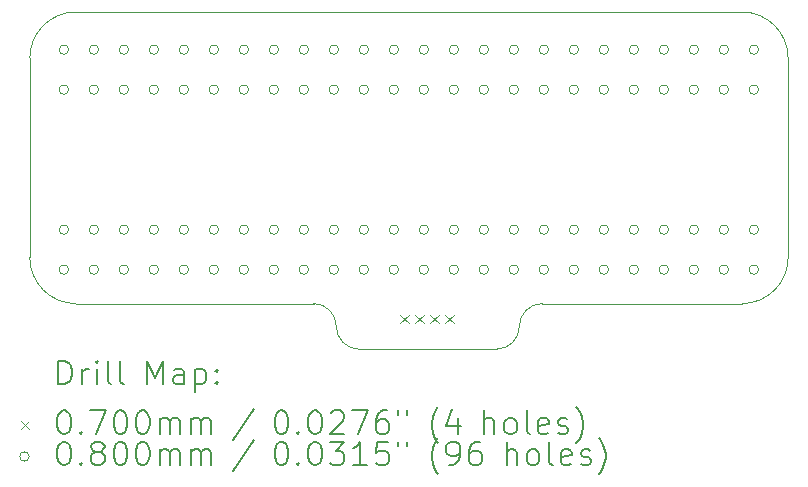
<source format=gbr>
%TF.GenerationSoftware,KiCad,Pcbnew,7.0.0-1.fc37*%
%TF.CreationDate,2023-02-19T18:59:10+00:00*%
%TF.ProjectId,Gary,47617279-2e6b-4696-9361-645f70636258,rev?*%
%TF.SameCoordinates,Original*%
%TF.FileFunction,Drillmap*%
%TF.FilePolarity,Positive*%
%FSLAX45Y45*%
G04 Gerber Fmt 4.5, Leading zero omitted, Abs format (unit mm)*
G04 Created by KiCad (PCBNEW 7.0.0-1.fc37) date 2023-02-19 18:59:10*
%MOMM*%
%LPD*%
G01*
G04 APERTURE LIST*
%ADD10C,0.100000*%
%ADD11C,0.200000*%
%ADD12C,0.070000*%
%ADD13C,0.080000*%
G04 APERTURE END LIST*
D10*
X18933160Y-3957320D02*
X18933160Y-5643880D01*
X12903200Y-3566160D02*
X18542000Y-3566160D01*
X18542000Y-6035040D02*
G75*
G03*
X18933160Y-5643880I0J391160D01*
G01*
X15107920Y-6228080D02*
G75*
G03*
X15300960Y-6421120I193040J0D01*
G01*
X12903200Y-3566160D02*
G75*
G03*
X12512040Y-3957320I0J-391160D01*
G01*
X14914880Y-6035040D02*
X12903200Y-6035040D01*
X18933160Y-3957320D02*
G75*
G03*
X18542000Y-3566160I-391160J0D01*
G01*
X12512040Y-5643880D02*
X12512040Y-3957320D01*
X16850360Y-6035040D02*
G75*
G03*
X16657320Y-6228080I0J-193040D01*
G01*
X18542000Y-6035040D02*
X16850360Y-6035040D01*
X16464280Y-6421120D02*
G75*
G03*
X16657320Y-6228080I0J193040D01*
G01*
X15107920Y-6228080D02*
G75*
G03*
X14914880Y-6035040I-193040J0D01*
G01*
X12512040Y-5643880D02*
G75*
G03*
X12903200Y-6035040I391160J0D01*
G01*
X16464280Y-6421120D02*
X15300960Y-6421120D01*
D11*
D12*
X15650000Y-6128960D02*
X15720000Y-6198960D01*
X15720000Y-6128960D02*
X15650000Y-6198960D01*
X15777000Y-6128960D02*
X15847000Y-6198960D01*
X15847000Y-6128960D02*
X15777000Y-6198960D01*
X15904000Y-6128960D02*
X15974000Y-6198960D01*
X15974000Y-6128960D02*
X15904000Y-6198960D01*
X16031000Y-6128960D02*
X16101000Y-6198960D01*
X16101000Y-6128960D02*
X16031000Y-6198960D01*
D13*
X12840600Y-3885700D02*
G75*
G03*
X12840600Y-3885700I-40000J0D01*
G01*
X12840600Y-4223480D02*
G75*
G03*
X12840600Y-4223480I-40000J0D01*
G01*
X12840600Y-5409700D02*
G75*
G03*
X12840600Y-5409700I-40000J0D01*
G01*
X12840600Y-5747480D02*
G75*
G03*
X12840600Y-5747480I-40000J0D01*
G01*
X13094600Y-3885700D02*
G75*
G03*
X13094600Y-3885700I-40000J0D01*
G01*
X13094600Y-4223480D02*
G75*
G03*
X13094600Y-4223480I-40000J0D01*
G01*
X13094600Y-5409700D02*
G75*
G03*
X13094600Y-5409700I-40000J0D01*
G01*
X13094600Y-5747480D02*
G75*
G03*
X13094600Y-5747480I-40000J0D01*
G01*
X13348600Y-3885700D02*
G75*
G03*
X13348600Y-3885700I-40000J0D01*
G01*
X13348600Y-4223480D02*
G75*
G03*
X13348600Y-4223480I-40000J0D01*
G01*
X13348600Y-5409700D02*
G75*
G03*
X13348600Y-5409700I-40000J0D01*
G01*
X13348600Y-5747480D02*
G75*
G03*
X13348600Y-5747480I-40000J0D01*
G01*
X13602600Y-3885700D02*
G75*
G03*
X13602600Y-3885700I-40000J0D01*
G01*
X13602600Y-4223480D02*
G75*
G03*
X13602600Y-4223480I-40000J0D01*
G01*
X13602600Y-5409700D02*
G75*
G03*
X13602600Y-5409700I-40000J0D01*
G01*
X13602600Y-5747480D02*
G75*
G03*
X13602600Y-5747480I-40000J0D01*
G01*
X13856600Y-3885700D02*
G75*
G03*
X13856600Y-3885700I-40000J0D01*
G01*
X13856600Y-4223480D02*
G75*
G03*
X13856600Y-4223480I-40000J0D01*
G01*
X13856600Y-5409700D02*
G75*
G03*
X13856600Y-5409700I-40000J0D01*
G01*
X13856600Y-5747480D02*
G75*
G03*
X13856600Y-5747480I-40000J0D01*
G01*
X14110600Y-3885700D02*
G75*
G03*
X14110600Y-3885700I-40000J0D01*
G01*
X14110600Y-4223480D02*
G75*
G03*
X14110600Y-4223480I-40000J0D01*
G01*
X14110600Y-5409700D02*
G75*
G03*
X14110600Y-5409700I-40000J0D01*
G01*
X14110600Y-5747480D02*
G75*
G03*
X14110600Y-5747480I-40000J0D01*
G01*
X14364600Y-3885700D02*
G75*
G03*
X14364600Y-3885700I-40000J0D01*
G01*
X14364600Y-4223480D02*
G75*
G03*
X14364600Y-4223480I-40000J0D01*
G01*
X14364600Y-5409700D02*
G75*
G03*
X14364600Y-5409700I-40000J0D01*
G01*
X14364600Y-5747480D02*
G75*
G03*
X14364600Y-5747480I-40000J0D01*
G01*
X14618600Y-3885700D02*
G75*
G03*
X14618600Y-3885700I-40000J0D01*
G01*
X14618600Y-4223480D02*
G75*
G03*
X14618600Y-4223480I-40000J0D01*
G01*
X14618600Y-5409700D02*
G75*
G03*
X14618600Y-5409700I-40000J0D01*
G01*
X14618600Y-5747480D02*
G75*
G03*
X14618600Y-5747480I-40000J0D01*
G01*
X14872600Y-3885700D02*
G75*
G03*
X14872600Y-3885700I-40000J0D01*
G01*
X14872600Y-4223480D02*
G75*
G03*
X14872600Y-4223480I-40000J0D01*
G01*
X14872600Y-5409700D02*
G75*
G03*
X14872600Y-5409700I-40000J0D01*
G01*
X14872600Y-5747480D02*
G75*
G03*
X14872600Y-5747480I-40000J0D01*
G01*
X15126600Y-3885700D02*
G75*
G03*
X15126600Y-3885700I-40000J0D01*
G01*
X15126600Y-4223480D02*
G75*
G03*
X15126600Y-4223480I-40000J0D01*
G01*
X15126600Y-5409700D02*
G75*
G03*
X15126600Y-5409700I-40000J0D01*
G01*
X15126600Y-5747480D02*
G75*
G03*
X15126600Y-5747480I-40000J0D01*
G01*
X15380600Y-3885700D02*
G75*
G03*
X15380600Y-3885700I-40000J0D01*
G01*
X15380600Y-4223480D02*
G75*
G03*
X15380600Y-4223480I-40000J0D01*
G01*
X15380600Y-5409700D02*
G75*
G03*
X15380600Y-5409700I-40000J0D01*
G01*
X15380600Y-5747480D02*
G75*
G03*
X15380600Y-5747480I-40000J0D01*
G01*
X15634600Y-3885700D02*
G75*
G03*
X15634600Y-3885700I-40000J0D01*
G01*
X15634600Y-4223480D02*
G75*
G03*
X15634600Y-4223480I-40000J0D01*
G01*
X15634600Y-5409700D02*
G75*
G03*
X15634600Y-5409700I-40000J0D01*
G01*
X15634600Y-5747480D02*
G75*
G03*
X15634600Y-5747480I-40000J0D01*
G01*
X15888600Y-3885700D02*
G75*
G03*
X15888600Y-3885700I-40000J0D01*
G01*
X15888600Y-4223480D02*
G75*
G03*
X15888600Y-4223480I-40000J0D01*
G01*
X15888600Y-5409700D02*
G75*
G03*
X15888600Y-5409700I-40000J0D01*
G01*
X15888600Y-5747480D02*
G75*
G03*
X15888600Y-5747480I-40000J0D01*
G01*
X16142600Y-3885700D02*
G75*
G03*
X16142600Y-3885700I-40000J0D01*
G01*
X16142600Y-4223480D02*
G75*
G03*
X16142600Y-4223480I-40000J0D01*
G01*
X16142600Y-5409700D02*
G75*
G03*
X16142600Y-5409700I-40000J0D01*
G01*
X16142600Y-5747480D02*
G75*
G03*
X16142600Y-5747480I-40000J0D01*
G01*
X16396600Y-3885700D02*
G75*
G03*
X16396600Y-3885700I-40000J0D01*
G01*
X16396600Y-4223480D02*
G75*
G03*
X16396600Y-4223480I-40000J0D01*
G01*
X16396600Y-5409700D02*
G75*
G03*
X16396600Y-5409700I-40000J0D01*
G01*
X16396600Y-5747480D02*
G75*
G03*
X16396600Y-5747480I-40000J0D01*
G01*
X16650600Y-3885700D02*
G75*
G03*
X16650600Y-3885700I-40000J0D01*
G01*
X16650600Y-4223480D02*
G75*
G03*
X16650600Y-4223480I-40000J0D01*
G01*
X16650600Y-5409700D02*
G75*
G03*
X16650600Y-5409700I-40000J0D01*
G01*
X16650600Y-5747480D02*
G75*
G03*
X16650600Y-5747480I-40000J0D01*
G01*
X16904600Y-3885700D02*
G75*
G03*
X16904600Y-3885700I-40000J0D01*
G01*
X16904600Y-4223480D02*
G75*
G03*
X16904600Y-4223480I-40000J0D01*
G01*
X16904600Y-5409700D02*
G75*
G03*
X16904600Y-5409700I-40000J0D01*
G01*
X16904600Y-5747480D02*
G75*
G03*
X16904600Y-5747480I-40000J0D01*
G01*
X17158600Y-3885700D02*
G75*
G03*
X17158600Y-3885700I-40000J0D01*
G01*
X17158600Y-4223480D02*
G75*
G03*
X17158600Y-4223480I-40000J0D01*
G01*
X17158600Y-5409700D02*
G75*
G03*
X17158600Y-5409700I-40000J0D01*
G01*
X17158600Y-5747480D02*
G75*
G03*
X17158600Y-5747480I-40000J0D01*
G01*
X17412600Y-3885700D02*
G75*
G03*
X17412600Y-3885700I-40000J0D01*
G01*
X17412600Y-4223480D02*
G75*
G03*
X17412600Y-4223480I-40000J0D01*
G01*
X17412600Y-5409700D02*
G75*
G03*
X17412600Y-5409700I-40000J0D01*
G01*
X17412600Y-5747480D02*
G75*
G03*
X17412600Y-5747480I-40000J0D01*
G01*
X17666600Y-3885700D02*
G75*
G03*
X17666600Y-3885700I-40000J0D01*
G01*
X17666600Y-4223480D02*
G75*
G03*
X17666600Y-4223480I-40000J0D01*
G01*
X17666600Y-5409700D02*
G75*
G03*
X17666600Y-5409700I-40000J0D01*
G01*
X17666600Y-5747480D02*
G75*
G03*
X17666600Y-5747480I-40000J0D01*
G01*
X17920600Y-3885700D02*
G75*
G03*
X17920600Y-3885700I-40000J0D01*
G01*
X17920600Y-4223480D02*
G75*
G03*
X17920600Y-4223480I-40000J0D01*
G01*
X17920600Y-5409700D02*
G75*
G03*
X17920600Y-5409700I-40000J0D01*
G01*
X17920600Y-5747480D02*
G75*
G03*
X17920600Y-5747480I-40000J0D01*
G01*
X18174600Y-3885700D02*
G75*
G03*
X18174600Y-3885700I-40000J0D01*
G01*
X18174600Y-4223480D02*
G75*
G03*
X18174600Y-4223480I-40000J0D01*
G01*
X18174600Y-5409700D02*
G75*
G03*
X18174600Y-5409700I-40000J0D01*
G01*
X18174600Y-5747480D02*
G75*
G03*
X18174600Y-5747480I-40000J0D01*
G01*
X18428600Y-3885700D02*
G75*
G03*
X18428600Y-3885700I-40000J0D01*
G01*
X18428600Y-4223480D02*
G75*
G03*
X18428600Y-4223480I-40000J0D01*
G01*
X18428600Y-5409700D02*
G75*
G03*
X18428600Y-5409700I-40000J0D01*
G01*
X18428600Y-5747480D02*
G75*
G03*
X18428600Y-5747480I-40000J0D01*
G01*
X18682600Y-3885700D02*
G75*
G03*
X18682600Y-3885700I-40000J0D01*
G01*
X18682600Y-4223480D02*
G75*
G03*
X18682600Y-4223480I-40000J0D01*
G01*
X18682600Y-5409700D02*
G75*
G03*
X18682600Y-5409700I-40000J0D01*
G01*
X18682600Y-5747480D02*
G75*
G03*
X18682600Y-5747480I-40000J0D01*
G01*
D11*
X12754659Y-6719596D02*
X12754659Y-6519596D01*
X12754659Y-6519596D02*
X12802278Y-6519596D01*
X12802278Y-6519596D02*
X12830849Y-6529120D01*
X12830849Y-6529120D02*
X12849897Y-6548168D01*
X12849897Y-6548168D02*
X12859421Y-6567215D01*
X12859421Y-6567215D02*
X12868945Y-6605310D01*
X12868945Y-6605310D02*
X12868945Y-6633882D01*
X12868945Y-6633882D02*
X12859421Y-6671977D01*
X12859421Y-6671977D02*
X12849897Y-6691025D01*
X12849897Y-6691025D02*
X12830849Y-6710072D01*
X12830849Y-6710072D02*
X12802278Y-6719596D01*
X12802278Y-6719596D02*
X12754659Y-6719596D01*
X12954659Y-6719596D02*
X12954659Y-6586263D01*
X12954659Y-6624358D02*
X12964183Y-6605310D01*
X12964183Y-6605310D02*
X12973707Y-6595787D01*
X12973707Y-6595787D02*
X12992754Y-6586263D01*
X12992754Y-6586263D02*
X13011802Y-6586263D01*
X13078468Y-6719596D02*
X13078468Y-6586263D01*
X13078468Y-6519596D02*
X13068945Y-6529120D01*
X13068945Y-6529120D02*
X13078468Y-6538644D01*
X13078468Y-6538644D02*
X13087992Y-6529120D01*
X13087992Y-6529120D02*
X13078468Y-6519596D01*
X13078468Y-6519596D02*
X13078468Y-6538644D01*
X13202278Y-6719596D02*
X13183230Y-6710072D01*
X13183230Y-6710072D02*
X13173707Y-6691025D01*
X13173707Y-6691025D02*
X13173707Y-6519596D01*
X13307040Y-6719596D02*
X13287992Y-6710072D01*
X13287992Y-6710072D02*
X13278468Y-6691025D01*
X13278468Y-6691025D02*
X13278468Y-6519596D01*
X13503230Y-6719596D02*
X13503230Y-6519596D01*
X13503230Y-6519596D02*
X13569897Y-6662453D01*
X13569897Y-6662453D02*
X13636564Y-6519596D01*
X13636564Y-6519596D02*
X13636564Y-6719596D01*
X13817516Y-6719596D02*
X13817516Y-6614834D01*
X13817516Y-6614834D02*
X13807992Y-6595787D01*
X13807992Y-6595787D02*
X13788945Y-6586263D01*
X13788945Y-6586263D02*
X13750849Y-6586263D01*
X13750849Y-6586263D02*
X13731802Y-6595787D01*
X13817516Y-6710072D02*
X13798468Y-6719596D01*
X13798468Y-6719596D02*
X13750849Y-6719596D01*
X13750849Y-6719596D02*
X13731802Y-6710072D01*
X13731802Y-6710072D02*
X13722278Y-6691025D01*
X13722278Y-6691025D02*
X13722278Y-6671977D01*
X13722278Y-6671977D02*
X13731802Y-6652929D01*
X13731802Y-6652929D02*
X13750849Y-6643406D01*
X13750849Y-6643406D02*
X13798468Y-6643406D01*
X13798468Y-6643406D02*
X13817516Y-6633882D01*
X13912754Y-6586263D02*
X13912754Y-6786263D01*
X13912754Y-6595787D02*
X13931802Y-6586263D01*
X13931802Y-6586263D02*
X13969897Y-6586263D01*
X13969897Y-6586263D02*
X13988945Y-6595787D01*
X13988945Y-6595787D02*
X13998468Y-6605310D01*
X13998468Y-6605310D02*
X14007992Y-6624358D01*
X14007992Y-6624358D02*
X14007992Y-6681501D01*
X14007992Y-6681501D02*
X13998468Y-6700548D01*
X13998468Y-6700548D02*
X13988945Y-6710072D01*
X13988945Y-6710072D02*
X13969897Y-6719596D01*
X13969897Y-6719596D02*
X13931802Y-6719596D01*
X13931802Y-6719596D02*
X13912754Y-6710072D01*
X14093707Y-6700548D02*
X14103230Y-6710072D01*
X14103230Y-6710072D02*
X14093707Y-6719596D01*
X14093707Y-6719596D02*
X14084183Y-6710072D01*
X14084183Y-6710072D02*
X14093707Y-6700548D01*
X14093707Y-6700548D02*
X14093707Y-6719596D01*
X14093707Y-6595787D02*
X14103230Y-6605310D01*
X14103230Y-6605310D02*
X14093707Y-6614834D01*
X14093707Y-6614834D02*
X14084183Y-6605310D01*
X14084183Y-6605310D02*
X14093707Y-6595787D01*
X14093707Y-6595787D02*
X14093707Y-6614834D01*
D12*
X12437040Y-7031120D02*
X12507040Y-7101120D01*
X12507040Y-7031120D02*
X12437040Y-7101120D01*
D11*
X12792754Y-6939596D02*
X12811802Y-6939596D01*
X12811802Y-6939596D02*
X12830849Y-6949120D01*
X12830849Y-6949120D02*
X12840373Y-6958644D01*
X12840373Y-6958644D02*
X12849897Y-6977691D01*
X12849897Y-6977691D02*
X12859421Y-7015787D01*
X12859421Y-7015787D02*
X12859421Y-7063406D01*
X12859421Y-7063406D02*
X12849897Y-7101501D01*
X12849897Y-7101501D02*
X12840373Y-7120548D01*
X12840373Y-7120548D02*
X12830849Y-7130072D01*
X12830849Y-7130072D02*
X12811802Y-7139596D01*
X12811802Y-7139596D02*
X12792754Y-7139596D01*
X12792754Y-7139596D02*
X12773707Y-7130072D01*
X12773707Y-7130072D02*
X12764183Y-7120548D01*
X12764183Y-7120548D02*
X12754659Y-7101501D01*
X12754659Y-7101501D02*
X12745135Y-7063406D01*
X12745135Y-7063406D02*
X12745135Y-7015787D01*
X12745135Y-7015787D02*
X12754659Y-6977691D01*
X12754659Y-6977691D02*
X12764183Y-6958644D01*
X12764183Y-6958644D02*
X12773707Y-6949120D01*
X12773707Y-6949120D02*
X12792754Y-6939596D01*
X12945135Y-7120548D02*
X12954659Y-7130072D01*
X12954659Y-7130072D02*
X12945135Y-7139596D01*
X12945135Y-7139596D02*
X12935611Y-7130072D01*
X12935611Y-7130072D02*
X12945135Y-7120548D01*
X12945135Y-7120548D02*
X12945135Y-7139596D01*
X13021326Y-6939596D02*
X13154659Y-6939596D01*
X13154659Y-6939596D02*
X13068945Y-7139596D01*
X13268945Y-6939596D02*
X13287992Y-6939596D01*
X13287992Y-6939596D02*
X13307040Y-6949120D01*
X13307040Y-6949120D02*
X13316564Y-6958644D01*
X13316564Y-6958644D02*
X13326088Y-6977691D01*
X13326088Y-6977691D02*
X13335611Y-7015787D01*
X13335611Y-7015787D02*
X13335611Y-7063406D01*
X13335611Y-7063406D02*
X13326088Y-7101501D01*
X13326088Y-7101501D02*
X13316564Y-7120548D01*
X13316564Y-7120548D02*
X13307040Y-7130072D01*
X13307040Y-7130072D02*
X13287992Y-7139596D01*
X13287992Y-7139596D02*
X13268945Y-7139596D01*
X13268945Y-7139596D02*
X13249897Y-7130072D01*
X13249897Y-7130072D02*
X13240373Y-7120548D01*
X13240373Y-7120548D02*
X13230849Y-7101501D01*
X13230849Y-7101501D02*
X13221326Y-7063406D01*
X13221326Y-7063406D02*
X13221326Y-7015787D01*
X13221326Y-7015787D02*
X13230849Y-6977691D01*
X13230849Y-6977691D02*
X13240373Y-6958644D01*
X13240373Y-6958644D02*
X13249897Y-6949120D01*
X13249897Y-6949120D02*
X13268945Y-6939596D01*
X13459421Y-6939596D02*
X13478469Y-6939596D01*
X13478469Y-6939596D02*
X13497516Y-6949120D01*
X13497516Y-6949120D02*
X13507040Y-6958644D01*
X13507040Y-6958644D02*
X13516564Y-6977691D01*
X13516564Y-6977691D02*
X13526088Y-7015787D01*
X13526088Y-7015787D02*
X13526088Y-7063406D01*
X13526088Y-7063406D02*
X13516564Y-7101501D01*
X13516564Y-7101501D02*
X13507040Y-7120548D01*
X13507040Y-7120548D02*
X13497516Y-7130072D01*
X13497516Y-7130072D02*
X13478469Y-7139596D01*
X13478469Y-7139596D02*
X13459421Y-7139596D01*
X13459421Y-7139596D02*
X13440373Y-7130072D01*
X13440373Y-7130072D02*
X13430849Y-7120548D01*
X13430849Y-7120548D02*
X13421326Y-7101501D01*
X13421326Y-7101501D02*
X13411802Y-7063406D01*
X13411802Y-7063406D02*
X13411802Y-7015787D01*
X13411802Y-7015787D02*
X13421326Y-6977691D01*
X13421326Y-6977691D02*
X13430849Y-6958644D01*
X13430849Y-6958644D02*
X13440373Y-6949120D01*
X13440373Y-6949120D02*
X13459421Y-6939596D01*
X13611802Y-7139596D02*
X13611802Y-7006263D01*
X13611802Y-7025310D02*
X13621326Y-7015787D01*
X13621326Y-7015787D02*
X13640373Y-7006263D01*
X13640373Y-7006263D02*
X13668945Y-7006263D01*
X13668945Y-7006263D02*
X13687992Y-7015787D01*
X13687992Y-7015787D02*
X13697516Y-7034834D01*
X13697516Y-7034834D02*
X13697516Y-7139596D01*
X13697516Y-7034834D02*
X13707040Y-7015787D01*
X13707040Y-7015787D02*
X13726088Y-7006263D01*
X13726088Y-7006263D02*
X13754659Y-7006263D01*
X13754659Y-7006263D02*
X13773707Y-7015787D01*
X13773707Y-7015787D02*
X13783230Y-7034834D01*
X13783230Y-7034834D02*
X13783230Y-7139596D01*
X13878469Y-7139596D02*
X13878469Y-7006263D01*
X13878469Y-7025310D02*
X13887992Y-7015787D01*
X13887992Y-7015787D02*
X13907040Y-7006263D01*
X13907040Y-7006263D02*
X13935611Y-7006263D01*
X13935611Y-7006263D02*
X13954659Y-7015787D01*
X13954659Y-7015787D02*
X13964183Y-7034834D01*
X13964183Y-7034834D02*
X13964183Y-7139596D01*
X13964183Y-7034834D02*
X13973707Y-7015787D01*
X13973707Y-7015787D02*
X13992754Y-7006263D01*
X13992754Y-7006263D02*
X14021326Y-7006263D01*
X14021326Y-7006263D02*
X14040373Y-7015787D01*
X14040373Y-7015787D02*
X14049897Y-7034834D01*
X14049897Y-7034834D02*
X14049897Y-7139596D01*
X14407992Y-6930072D02*
X14236564Y-7187215D01*
X14632754Y-6939596D02*
X14651802Y-6939596D01*
X14651802Y-6939596D02*
X14670850Y-6949120D01*
X14670850Y-6949120D02*
X14680373Y-6958644D01*
X14680373Y-6958644D02*
X14689897Y-6977691D01*
X14689897Y-6977691D02*
X14699421Y-7015787D01*
X14699421Y-7015787D02*
X14699421Y-7063406D01*
X14699421Y-7063406D02*
X14689897Y-7101501D01*
X14689897Y-7101501D02*
X14680373Y-7120548D01*
X14680373Y-7120548D02*
X14670850Y-7130072D01*
X14670850Y-7130072D02*
X14651802Y-7139596D01*
X14651802Y-7139596D02*
X14632754Y-7139596D01*
X14632754Y-7139596D02*
X14613707Y-7130072D01*
X14613707Y-7130072D02*
X14604183Y-7120548D01*
X14604183Y-7120548D02*
X14594659Y-7101501D01*
X14594659Y-7101501D02*
X14585135Y-7063406D01*
X14585135Y-7063406D02*
X14585135Y-7015787D01*
X14585135Y-7015787D02*
X14594659Y-6977691D01*
X14594659Y-6977691D02*
X14604183Y-6958644D01*
X14604183Y-6958644D02*
X14613707Y-6949120D01*
X14613707Y-6949120D02*
X14632754Y-6939596D01*
X14785135Y-7120548D02*
X14794659Y-7130072D01*
X14794659Y-7130072D02*
X14785135Y-7139596D01*
X14785135Y-7139596D02*
X14775611Y-7130072D01*
X14775611Y-7130072D02*
X14785135Y-7120548D01*
X14785135Y-7120548D02*
X14785135Y-7139596D01*
X14918469Y-6939596D02*
X14937516Y-6939596D01*
X14937516Y-6939596D02*
X14956564Y-6949120D01*
X14956564Y-6949120D02*
X14966088Y-6958644D01*
X14966088Y-6958644D02*
X14975611Y-6977691D01*
X14975611Y-6977691D02*
X14985135Y-7015787D01*
X14985135Y-7015787D02*
X14985135Y-7063406D01*
X14985135Y-7063406D02*
X14975611Y-7101501D01*
X14975611Y-7101501D02*
X14966088Y-7120548D01*
X14966088Y-7120548D02*
X14956564Y-7130072D01*
X14956564Y-7130072D02*
X14937516Y-7139596D01*
X14937516Y-7139596D02*
X14918469Y-7139596D01*
X14918469Y-7139596D02*
X14899421Y-7130072D01*
X14899421Y-7130072D02*
X14889897Y-7120548D01*
X14889897Y-7120548D02*
X14880373Y-7101501D01*
X14880373Y-7101501D02*
X14870850Y-7063406D01*
X14870850Y-7063406D02*
X14870850Y-7015787D01*
X14870850Y-7015787D02*
X14880373Y-6977691D01*
X14880373Y-6977691D02*
X14889897Y-6958644D01*
X14889897Y-6958644D02*
X14899421Y-6949120D01*
X14899421Y-6949120D02*
X14918469Y-6939596D01*
X15061326Y-6958644D02*
X15070850Y-6949120D01*
X15070850Y-6949120D02*
X15089897Y-6939596D01*
X15089897Y-6939596D02*
X15137516Y-6939596D01*
X15137516Y-6939596D02*
X15156564Y-6949120D01*
X15156564Y-6949120D02*
X15166088Y-6958644D01*
X15166088Y-6958644D02*
X15175611Y-6977691D01*
X15175611Y-6977691D02*
X15175611Y-6996739D01*
X15175611Y-6996739D02*
X15166088Y-7025310D01*
X15166088Y-7025310D02*
X15051802Y-7139596D01*
X15051802Y-7139596D02*
X15175611Y-7139596D01*
X15242278Y-6939596D02*
X15375611Y-6939596D01*
X15375611Y-6939596D02*
X15289897Y-7139596D01*
X15537516Y-6939596D02*
X15499421Y-6939596D01*
X15499421Y-6939596D02*
X15480373Y-6949120D01*
X15480373Y-6949120D02*
X15470850Y-6958644D01*
X15470850Y-6958644D02*
X15451802Y-6987215D01*
X15451802Y-6987215D02*
X15442278Y-7025310D01*
X15442278Y-7025310D02*
X15442278Y-7101501D01*
X15442278Y-7101501D02*
X15451802Y-7120548D01*
X15451802Y-7120548D02*
X15461326Y-7130072D01*
X15461326Y-7130072D02*
X15480373Y-7139596D01*
X15480373Y-7139596D02*
X15518469Y-7139596D01*
X15518469Y-7139596D02*
X15537516Y-7130072D01*
X15537516Y-7130072D02*
X15547040Y-7120548D01*
X15547040Y-7120548D02*
X15556564Y-7101501D01*
X15556564Y-7101501D02*
X15556564Y-7053882D01*
X15556564Y-7053882D02*
X15547040Y-7034834D01*
X15547040Y-7034834D02*
X15537516Y-7025310D01*
X15537516Y-7025310D02*
X15518469Y-7015787D01*
X15518469Y-7015787D02*
X15480373Y-7015787D01*
X15480373Y-7015787D02*
X15461326Y-7025310D01*
X15461326Y-7025310D02*
X15451802Y-7034834D01*
X15451802Y-7034834D02*
X15442278Y-7053882D01*
X15632754Y-6939596D02*
X15632754Y-6977691D01*
X15708945Y-6939596D02*
X15708945Y-6977691D01*
X15971802Y-7215787D02*
X15962278Y-7206263D01*
X15962278Y-7206263D02*
X15943231Y-7177691D01*
X15943231Y-7177691D02*
X15933707Y-7158644D01*
X15933707Y-7158644D02*
X15924183Y-7130072D01*
X15924183Y-7130072D02*
X15914659Y-7082453D01*
X15914659Y-7082453D02*
X15914659Y-7044358D01*
X15914659Y-7044358D02*
X15924183Y-6996739D01*
X15924183Y-6996739D02*
X15933707Y-6968168D01*
X15933707Y-6968168D02*
X15943231Y-6949120D01*
X15943231Y-6949120D02*
X15962278Y-6920548D01*
X15962278Y-6920548D02*
X15971802Y-6911025D01*
X16133707Y-7006263D02*
X16133707Y-7139596D01*
X16086088Y-6930072D02*
X16038469Y-7072929D01*
X16038469Y-7072929D02*
X16162278Y-7072929D01*
X16358469Y-7139596D02*
X16358469Y-6939596D01*
X16444183Y-7139596D02*
X16444183Y-7034834D01*
X16444183Y-7034834D02*
X16434659Y-7015787D01*
X16434659Y-7015787D02*
X16415612Y-7006263D01*
X16415612Y-7006263D02*
X16387040Y-7006263D01*
X16387040Y-7006263D02*
X16367992Y-7015787D01*
X16367992Y-7015787D02*
X16358469Y-7025310D01*
X16567992Y-7139596D02*
X16548945Y-7130072D01*
X16548945Y-7130072D02*
X16539421Y-7120548D01*
X16539421Y-7120548D02*
X16529897Y-7101501D01*
X16529897Y-7101501D02*
X16529897Y-7044358D01*
X16529897Y-7044358D02*
X16539421Y-7025310D01*
X16539421Y-7025310D02*
X16548945Y-7015787D01*
X16548945Y-7015787D02*
X16567992Y-7006263D01*
X16567992Y-7006263D02*
X16596564Y-7006263D01*
X16596564Y-7006263D02*
X16615612Y-7015787D01*
X16615612Y-7015787D02*
X16625135Y-7025310D01*
X16625135Y-7025310D02*
X16634659Y-7044358D01*
X16634659Y-7044358D02*
X16634659Y-7101501D01*
X16634659Y-7101501D02*
X16625135Y-7120548D01*
X16625135Y-7120548D02*
X16615612Y-7130072D01*
X16615612Y-7130072D02*
X16596564Y-7139596D01*
X16596564Y-7139596D02*
X16567992Y-7139596D01*
X16748945Y-7139596D02*
X16729897Y-7130072D01*
X16729897Y-7130072D02*
X16720373Y-7111025D01*
X16720373Y-7111025D02*
X16720373Y-6939596D01*
X16901326Y-7130072D02*
X16882278Y-7139596D01*
X16882278Y-7139596D02*
X16844183Y-7139596D01*
X16844183Y-7139596D02*
X16825135Y-7130072D01*
X16825135Y-7130072D02*
X16815612Y-7111025D01*
X16815612Y-7111025D02*
X16815612Y-7034834D01*
X16815612Y-7034834D02*
X16825135Y-7015787D01*
X16825135Y-7015787D02*
X16844183Y-7006263D01*
X16844183Y-7006263D02*
X16882278Y-7006263D01*
X16882278Y-7006263D02*
X16901326Y-7015787D01*
X16901326Y-7015787D02*
X16910850Y-7034834D01*
X16910850Y-7034834D02*
X16910850Y-7053882D01*
X16910850Y-7053882D02*
X16815612Y-7072929D01*
X16987040Y-7130072D02*
X17006088Y-7139596D01*
X17006088Y-7139596D02*
X17044183Y-7139596D01*
X17044183Y-7139596D02*
X17063231Y-7130072D01*
X17063231Y-7130072D02*
X17072755Y-7111025D01*
X17072755Y-7111025D02*
X17072755Y-7101501D01*
X17072755Y-7101501D02*
X17063231Y-7082453D01*
X17063231Y-7082453D02*
X17044183Y-7072929D01*
X17044183Y-7072929D02*
X17015612Y-7072929D01*
X17015612Y-7072929D02*
X16996564Y-7063406D01*
X16996564Y-7063406D02*
X16987040Y-7044358D01*
X16987040Y-7044358D02*
X16987040Y-7034834D01*
X16987040Y-7034834D02*
X16996564Y-7015787D01*
X16996564Y-7015787D02*
X17015612Y-7006263D01*
X17015612Y-7006263D02*
X17044183Y-7006263D01*
X17044183Y-7006263D02*
X17063231Y-7015787D01*
X17139421Y-7215787D02*
X17148945Y-7206263D01*
X17148945Y-7206263D02*
X17167993Y-7177691D01*
X17167993Y-7177691D02*
X17177516Y-7158644D01*
X17177516Y-7158644D02*
X17187040Y-7130072D01*
X17187040Y-7130072D02*
X17196564Y-7082453D01*
X17196564Y-7082453D02*
X17196564Y-7044358D01*
X17196564Y-7044358D02*
X17187040Y-6996739D01*
X17187040Y-6996739D02*
X17177516Y-6968168D01*
X17177516Y-6968168D02*
X17167993Y-6949120D01*
X17167993Y-6949120D02*
X17148945Y-6920548D01*
X17148945Y-6920548D02*
X17139421Y-6911025D01*
D13*
X12507040Y-7330120D02*
G75*
G03*
X12507040Y-7330120I-40000J0D01*
G01*
D11*
X12792754Y-7203596D02*
X12811802Y-7203596D01*
X12811802Y-7203596D02*
X12830849Y-7213120D01*
X12830849Y-7213120D02*
X12840373Y-7222644D01*
X12840373Y-7222644D02*
X12849897Y-7241691D01*
X12849897Y-7241691D02*
X12859421Y-7279787D01*
X12859421Y-7279787D02*
X12859421Y-7327406D01*
X12859421Y-7327406D02*
X12849897Y-7365501D01*
X12849897Y-7365501D02*
X12840373Y-7384548D01*
X12840373Y-7384548D02*
X12830849Y-7394072D01*
X12830849Y-7394072D02*
X12811802Y-7403596D01*
X12811802Y-7403596D02*
X12792754Y-7403596D01*
X12792754Y-7403596D02*
X12773707Y-7394072D01*
X12773707Y-7394072D02*
X12764183Y-7384548D01*
X12764183Y-7384548D02*
X12754659Y-7365501D01*
X12754659Y-7365501D02*
X12745135Y-7327406D01*
X12745135Y-7327406D02*
X12745135Y-7279787D01*
X12745135Y-7279787D02*
X12754659Y-7241691D01*
X12754659Y-7241691D02*
X12764183Y-7222644D01*
X12764183Y-7222644D02*
X12773707Y-7213120D01*
X12773707Y-7213120D02*
X12792754Y-7203596D01*
X12945135Y-7384548D02*
X12954659Y-7394072D01*
X12954659Y-7394072D02*
X12945135Y-7403596D01*
X12945135Y-7403596D02*
X12935611Y-7394072D01*
X12935611Y-7394072D02*
X12945135Y-7384548D01*
X12945135Y-7384548D02*
X12945135Y-7403596D01*
X13068945Y-7289310D02*
X13049897Y-7279787D01*
X13049897Y-7279787D02*
X13040373Y-7270263D01*
X13040373Y-7270263D02*
X13030849Y-7251215D01*
X13030849Y-7251215D02*
X13030849Y-7241691D01*
X13030849Y-7241691D02*
X13040373Y-7222644D01*
X13040373Y-7222644D02*
X13049897Y-7213120D01*
X13049897Y-7213120D02*
X13068945Y-7203596D01*
X13068945Y-7203596D02*
X13107040Y-7203596D01*
X13107040Y-7203596D02*
X13126088Y-7213120D01*
X13126088Y-7213120D02*
X13135611Y-7222644D01*
X13135611Y-7222644D02*
X13145135Y-7241691D01*
X13145135Y-7241691D02*
X13145135Y-7251215D01*
X13145135Y-7251215D02*
X13135611Y-7270263D01*
X13135611Y-7270263D02*
X13126088Y-7279787D01*
X13126088Y-7279787D02*
X13107040Y-7289310D01*
X13107040Y-7289310D02*
X13068945Y-7289310D01*
X13068945Y-7289310D02*
X13049897Y-7298834D01*
X13049897Y-7298834D02*
X13040373Y-7308358D01*
X13040373Y-7308358D02*
X13030849Y-7327406D01*
X13030849Y-7327406D02*
X13030849Y-7365501D01*
X13030849Y-7365501D02*
X13040373Y-7384548D01*
X13040373Y-7384548D02*
X13049897Y-7394072D01*
X13049897Y-7394072D02*
X13068945Y-7403596D01*
X13068945Y-7403596D02*
X13107040Y-7403596D01*
X13107040Y-7403596D02*
X13126088Y-7394072D01*
X13126088Y-7394072D02*
X13135611Y-7384548D01*
X13135611Y-7384548D02*
X13145135Y-7365501D01*
X13145135Y-7365501D02*
X13145135Y-7327406D01*
X13145135Y-7327406D02*
X13135611Y-7308358D01*
X13135611Y-7308358D02*
X13126088Y-7298834D01*
X13126088Y-7298834D02*
X13107040Y-7289310D01*
X13268945Y-7203596D02*
X13287992Y-7203596D01*
X13287992Y-7203596D02*
X13307040Y-7213120D01*
X13307040Y-7213120D02*
X13316564Y-7222644D01*
X13316564Y-7222644D02*
X13326088Y-7241691D01*
X13326088Y-7241691D02*
X13335611Y-7279787D01*
X13335611Y-7279787D02*
X13335611Y-7327406D01*
X13335611Y-7327406D02*
X13326088Y-7365501D01*
X13326088Y-7365501D02*
X13316564Y-7384548D01*
X13316564Y-7384548D02*
X13307040Y-7394072D01*
X13307040Y-7394072D02*
X13287992Y-7403596D01*
X13287992Y-7403596D02*
X13268945Y-7403596D01*
X13268945Y-7403596D02*
X13249897Y-7394072D01*
X13249897Y-7394072D02*
X13240373Y-7384548D01*
X13240373Y-7384548D02*
X13230849Y-7365501D01*
X13230849Y-7365501D02*
X13221326Y-7327406D01*
X13221326Y-7327406D02*
X13221326Y-7279787D01*
X13221326Y-7279787D02*
X13230849Y-7241691D01*
X13230849Y-7241691D02*
X13240373Y-7222644D01*
X13240373Y-7222644D02*
X13249897Y-7213120D01*
X13249897Y-7213120D02*
X13268945Y-7203596D01*
X13459421Y-7203596D02*
X13478469Y-7203596D01*
X13478469Y-7203596D02*
X13497516Y-7213120D01*
X13497516Y-7213120D02*
X13507040Y-7222644D01*
X13507040Y-7222644D02*
X13516564Y-7241691D01*
X13516564Y-7241691D02*
X13526088Y-7279787D01*
X13526088Y-7279787D02*
X13526088Y-7327406D01*
X13526088Y-7327406D02*
X13516564Y-7365501D01*
X13516564Y-7365501D02*
X13507040Y-7384548D01*
X13507040Y-7384548D02*
X13497516Y-7394072D01*
X13497516Y-7394072D02*
X13478469Y-7403596D01*
X13478469Y-7403596D02*
X13459421Y-7403596D01*
X13459421Y-7403596D02*
X13440373Y-7394072D01*
X13440373Y-7394072D02*
X13430849Y-7384548D01*
X13430849Y-7384548D02*
X13421326Y-7365501D01*
X13421326Y-7365501D02*
X13411802Y-7327406D01*
X13411802Y-7327406D02*
X13411802Y-7279787D01*
X13411802Y-7279787D02*
X13421326Y-7241691D01*
X13421326Y-7241691D02*
X13430849Y-7222644D01*
X13430849Y-7222644D02*
X13440373Y-7213120D01*
X13440373Y-7213120D02*
X13459421Y-7203596D01*
X13611802Y-7403596D02*
X13611802Y-7270263D01*
X13611802Y-7289310D02*
X13621326Y-7279787D01*
X13621326Y-7279787D02*
X13640373Y-7270263D01*
X13640373Y-7270263D02*
X13668945Y-7270263D01*
X13668945Y-7270263D02*
X13687992Y-7279787D01*
X13687992Y-7279787D02*
X13697516Y-7298834D01*
X13697516Y-7298834D02*
X13697516Y-7403596D01*
X13697516Y-7298834D02*
X13707040Y-7279787D01*
X13707040Y-7279787D02*
X13726088Y-7270263D01*
X13726088Y-7270263D02*
X13754659Y-7270263D01*
X13754659Y-7270263D02*
X13773707Y-7279787D01*
X13773707Y-7279787D02*
X13783230Y-7298834D01*
X13783230Y-7298834D02*
X13783230Y-7403596D01*
X13878469Y-7403596D02*
X13878469Y-7270263D01*
X13878469Y-7289310D02*
X13887992Y-7279787D01*
X13887992Y-7279787D02*
X13907040Y-7270263D01*
X13907040Y-7270263D02*
X13935611Y-7270263D01*
X13935611Y-7270263D02*
X13954659Y-7279787D01*
X13954659Y-7279787D02*
X13964183Y-7298834D01*
X13964183Y-7298834D02*
X13964183Y-7403596D01*
X13964183Y-7298834D02*
X13973707Y-7279787D01*
X13973707Y-7279787D02*
X13992754Y-7270263D01*
X13992754Y-7270263D02*
X14021326Y-7270263D01*
X14021326Y-7270263D02*
X14040373Y-7279787D01*
X14040373Y-7279787D02*
X14049897Y-7298834D01*
X14049897Y-7298834D02*
X14049897Y-7403596D01*
X14407992Y-7194072D02*
X14236564Y-7451215D01*
X14632754Y-7203596D02*
X14651802Y-7203596D01*
X14651802Y-7203596D02*
X14670850Y-7213120D01*
X14670850Y-7213120D02*
X14680373Y-7222644D01*
X14680373Y-7222644D02*
X14689897Y-7241691D01*
X14689897Y-7241691D02*
X14699421Y-7279787D01*
X14699421Y-7279787D02*
X14699421Y-7327406D01*
X14699421Y-7327406D02*
X14689897Y-7365501D01*
X14689897Y-7365501D02*
X14680373Y-7384548D01*
X14680373Y-7384548D02*
X14670850Y-7394072D01*
X14670850Y-7394072D02*
X14651802Y-7403596D01*
X14651802Y-7403596D02*
X14632754Y-7403596D01*
X14632754Y-7403596D02*
X14613707Y-7394072D01*
X14613707Y-7394072D02*
X14604183Y-7384548D01*
X14604183Y-7384548D02*
X14594659Y-7365501D01*
X14594659Y-7365501D02*
X14585135Y-7327406D01*
X14585135Y-7327406D02*
X14585135Y-7279787D01*
X14585135Y-7279787D02*
X14594659Y-7241691D01*
X14594659Y-7241691D02*
X14604183Y-7222644D01*
X14604183Y-7222644D02*
X14613707Y-7213120D01*
X14613707Y-7213120D02*
X14632754Y-7203596D01*
X14785135Y-7384548D02*
X14794659Y-7394072D01*
X14794659Y-7394072D02*
X14785135Y-7403596D01*
X14785135Y-7403596D02*
X14775611Y-7394072D01*
X14775611Y-7394072D02*
X14785135Y-7384548D01*
X14785135Y-7384548D02*
X14785135Y-7403596D01*
X14918469Y-7203596D02*
X14937516Y-7203596D01*
X14937516Y-7203596D02*
X14956564Y-7213120D01*
X14956564Y-7213120D02*
X14966088Y-7222644D01*
X14966088Y-7222644D02*
X14975611Y-7241691D01*
X14975611Y-7241691D02*
X14985135Y-7279787D01*
X14985135Y-7279787D02*
X14985135Y-7327406D01*
X14985135Y-7327406D02*
X14975611Y-7365501D01*
X14975611Y-7365501D02*
X14966088Y-7384548D01*
X14966088Y-7384548D02*
X14956564Y-7394072D01*
X14956564Y-7394072D02*
X14937516Y-7403596D01*
X14937516Y-7403596D02*
X14918469Y-7403596D01*
X14918469Y-7403596D02*
X14899421Y-7394072D01*
X14899421Y-7394072D02*
X14889897Y-7384548D01*
X14889897Y-7384548D02*
X14880373Y-7365501D01*
X14880373Y-7365501D02*
X14870850Y-7327406D01*
X14870850Y-7327406D02*
X14870850Y-7279787D01*
X14870850Y-7279787D02*
X14880373Y-7241691D01*
X14880373Y-7241691D02*
X14889897Y-7222644D01*
X14889897Y-7222644D02*
X14899421Y-7213120D01*
X14899421Y-7213120D02*
X14918469Y-7203596D01*
X15051802Y-7203596D02*
X15175611Y-7203596D01*
X15175611Y-7203596D02*
X15108945Y-7279787D01*
X15108945Y-7279787D02*
X15137516Y-7279787D01*
X15137516Y-7279787D02*
X15156564Y-7289310D01*
X15156564Y-7289310D02*
X15166088Y-7298834D01*
X15166088Y-7298834D02*
X15175611Y-7317882D01*
X15175611Y-7317882D02*
X15175611Y-7365501D01*
X15175611Y-7365501D02*
X15166088Y-7384548D01*
X15166088Y-7384548D02*
X15156564Y-7394072D01*
X15156564Y-7394072D02*
X15137516Y-7403596D01*
X15137516Y-7403596D02*
X15080373Y-7403596D01*
X15080373Y-7403596D02*
X15061326Y-7394072D01*
X15061326Y-7394072D02*
X15051802Y-7384548D01*
X15366088Y-7403596D02*
X15251802Y-7403596D01*
X15308945Y-7403596D02*
X15308945Y-7203596D01*
X15308945Y-7203596D02*
X15289897Y-7232168D01*
X15289897Y-7232168D02*
X15270850Y-7251215D01*
X15270850Y-7251215D02*
X15251802Y-7260739D01*
X15547040Y-7203596D02*
X15451802Y-7203596D01*
X15451802Y-7203596D02*
X15442278Y-7298834D01*
X15442278Y-7298834D02*
X15451802Y-7289310D01*
X15451802Y-7289310D02*
X15470850Y-7279787D01*
X15470850Y-7279787D02*
X15518469Y-7279787D01*
X15518469Y-7279787D02*
X15537516Y-7289310D01*
X15537516Y-7289310D02*
X15547040Y-7298834D01*
X15547040Y-7298834D02*
X15556564Y-7317882D01*
X15556564Y-7317882D02*
X15556564Y-7365501D01*
X15556564Y-7365501D02*
X15547040Y-7384548D01*
X15547040Y-7384548D02*
X15537516Y-7394072D01*
X15537516Y-7394072D02*
X15518469Y-7403596D01*
X15518469Y-7403596D02*
X15470850Y-7403596D01*
X15470850Y-7403596D02*
X15451802Y-7394072D01*
X15451802Y-7394072D02*
X15442278Y-7384548D01*
X15632754Y-7203596D02*
X15632754Y-7241691D01*
X15708945Y-7203596D02*
X15708945Y-7241691D01*
X15971802Y-7479787D02*
X15962278Y-7470263D01*
X15962278Y-7470263D02*
X15943231Y-7441691D01*
X15943231Y-7441691D02*
X15933707Y-7422644D01*
X15933707Y-7422644D02*
X15924183Y-7394072D01*
X15924183Y-7394072D02*
X15914659Y-7346453D01*
X15914659Y-7346453D02*
X15914659Y-7308358D01*
X15914659Y-7308358D02*
X15924183Y-7260739D01*
X15924183Y-7260739D02*
X15933707Y-7232168D01*
X15933707Y-7232168D02*
X15943231Y-7213120D01*
X15943231Y-7213120D02*
X15962278Y-7184548D01*
X15962278Y-7184548D02*
X15971802Y-7175025D01*
X16057516Y-7403596D02*
X16095611Y-7403596D01*
X16095611Y-7403596D02*
X16114659Y-7394072D01*
X16114659Y-7394072D02*
X16124183Y-7384548D01*
X16124183Y-7384548D02*
X16143231Y-7355977D01*
X16143231Y-7355977D02*
X16152754Y-7317882D01*
X16152754Y-7317882D02*
X16152754Y-7241691D01*
X16152754Y-7241691D02*
X16143231Y-7222644D01*
X16143231Y-7222644D02*
X16133707Y-7213120D01*
X16133707Y-7213120D02*
X16114659Y-7203596D01*
X16114659Y-7203596D02*
X16076564Y-7203596D01*
X16076564Y-7203596D02*
X16057516Y-7213120D01*
X16057516Y-7213120D02*
X16047992Y-7222644D01*
X16047992Y-7222644D02*
X16038469Y-7241691D01*
X16038469Y-7241691D02*
X16038469Y-7289310D01*
X16038469Y-7289310D02*
X16047992Y-7308358D01*
X16047992Y-7308358D02*
X16057516Y-7317882D01*
X16057516Y-7317882D02*
X16076564Y-7327406D01*
X16076564Y-7327406D02*
X16114659Y-7327406D01*
X16114659Y-7327406D02*
X16133707Y-7317882D01*
X16133707Y-7317882D02*
X16143231Y-7308358D01*
X16143231Y-7308358D02*
X16152754Y-7289310D01*
X16324183Y-7203596D02*
X16286088Y-7203596D01*
X16286088Y-7203596D02*
X16267040Y-7213120D01*
X16267040Y-7213120D02*
X16257516Y-7222644D01*
X16257516Y-7222644D02*
X16238469Y-7251215D01*
X16238469Y-7251215D02*
X16228945Y-7289310D01*
X16228945Y-7289310D02*
X16228945Y-7365501D01*
X16228945Y-7365501D02*
X16238469Y-7384548D01*
X16238469Y-7384548D02*
X16247992Y-7394072D01*
X16247992Y-7394072D02*
X16267040Y-7403596D01*
X16267040Y-7403596D02*
X16305135Y-7403596D01*
X16305135Y-7403596D02*
X16324183Y-7394072D01*
X16324183Y-7394072D02*
X16333707Y-7384548D01*
X16333707Y-7384548D02*
X16343231Y-7365501D01*
X16343231Y-7365501D02*
X16343231Y-7317882D01*
X16343231Y-7317882D02*
X16333707Y-7298834D01*
X16333707Y-7298834D02*
X16324183Y-7289310D01*
X16324183Y-7289310D02*
X16305135Y-7279787D01*
X16305135Y-7279787D02*
X16267040Y-7279787D01*
X16267040Y-7279787D02*
X16247992Y-7289310D01*
X16247992Y-7289310D02*
X16238469Y-7298834D01*
X16238469Y-7298834D02*
X16228945Y-7317882D01*
X16548945Y-7403596D02*
X16548945Y-7203596D01*
X16634659Y-7403596D02*
X16634659Y-7298834D01*
X16634659Y-7298834D02*
X16625135Y-7279787D01*
X16625135Y-7279787D02*
X16606088Y-7270263D01*
X16606088Y-7270263D02*
X16577516Y-7270263D01*
X16577516Y-7270263D02*
X16558469Y-7279787D01*
X16558469Y-7279787D02*
X16548945Y-7289310D01*
X16758469Y-7403596D02*
X16739421Y-7394072D01*
X16739421Y-7394072D02*
X16729897Y-7384548D01*
X16729897Y-7384548D02*
X16720373Y-7365501D01*
X16720373Y-7365501D02*
X16720373Y-7308358D01*
X16720373Y-7308358D02*
X16729897Y-7289310D01*
X16729897Y-7289310D02*
X16739421Y-7279787D01*
X16739421Y-7279787D02*
X16758469Y-7270263D01*
X16758469Y-7270263D02*
X16787040Y-7270263D01*
X16787040Y-7270263D02*
X16806088Y-7279787D01*
X16806088Y-7279787D02*
X16815612Y-7289310D01*
X16815612Y-7289310D02*
X16825135Y-7308358D01*
X16825135Y-7308358D02*
X16825135Y-7365501D01*
X16825135Y-7365501D02*
X16815612Y-7384548D01*
X16815612Y-7384548D02*
X16806088Y-7394072D01*
X16806088Y-7394072D02*
X16787040Y-7403596D01*
X16787040Y-7403596D02*
X16758469Y-7403596D01*
X16939421Y-7403596D02*
X16920374Y-7394072D01*
X16920374Y-7394072D02*
X16910850Y-7375025D01*
X16910850Y-7375025D02*
X16910850Y-7203596D01*
X17091802Y-7394072D02*
X17072755Y-7403596D01*
X17072755Y-7403596D02*
X17034659Y-7403596D01*
X17034659Y-7403596D02*
X17015612Y-7394072D01*
X17015612Y-7394072D02*
X17006088Y-7375025D01*
X17006088Y-7375025D02*
X17006088Y-7298834D01*
X17006088Y-7298834D02*
X17015612Y-7279787D01*
X17015612Y-7279787D02*
X17034659Y-7270263D01*
X17034659Y-7270263D02*
X17072755Y-7270263D01*
X17072755Y-7270263D02*
X17091802Y-7279787D01*
X17091802Y-7279787D02*
X17101326Y-7298834D01*
X17101326Y-7298834D02*
X17101326Y-7317882D01*
X17101326Y-7317882D02*
X17006088Y-7336929D01*
X17177516Y-7394072D02*
X17196564Y-7403596D01*
X17196564Y-7403596D02*
X17234659Y-7403596D01*
X17234659Y-7403596D02*
X17253707Y-7394072D01*
X17253707Y-7394072D02*
X17263231Y-7375025D01*
X17263231Y-7375025D02*
X17263231Y-7365501D01*
X17263231Y-7365501D02*
X17253707Y-7346453D01*
X17253707Y-7346453D02*
X17234659Y-7336929D01*
X17234659Y-7336929D02*
X17206088Y-7336929D01*
X17206088Y-7336929D02*
X17187040Y-7327406D01*
X17187040Y-7327406D02*
X17177516Y-7308358D01*
X17177516Y-7308358D02*
X17177516Y-7298834D01*
X17177516Y-7298834D02*
X17187040Y-7279787D01*
X17187040Y-7279787D02*
X17206088Y-7270263D01*
X17206088Y-7270263D02*
X17234659Y-7270263D01*
X17234659Y-7270263D02*
X17253707Y-7279787D01*
X17329897Y-7479787D02*
X17339421Y-7470263D01*
X17339421Y-7470263D02*
X17358469Y-7441691D01*
X17358469Y-7441691D02*
X17367993Y-7422644D01*
X17367993Y-7422644D02*
X17377516Y-7394072D01*
X17377516Y-7394072D02*
X17387040Y-7346453D01*
X17387040Y-7346453D02*
X17387040Y-7308358D01*
X17387040Y-7308358D02*
X17377516Y-7260739D01*
X17377516Y-7260739D02*
X17367993Y-7232168D01*
X17367993Y-7232168D02*
X17358469Y-7213120D01*
X17358469Y-7213120D02*
X17339421Y-7184548D01*
X17339421Y-7184548D02*
X17329897Y-7175025D01*
M02*

</source>
